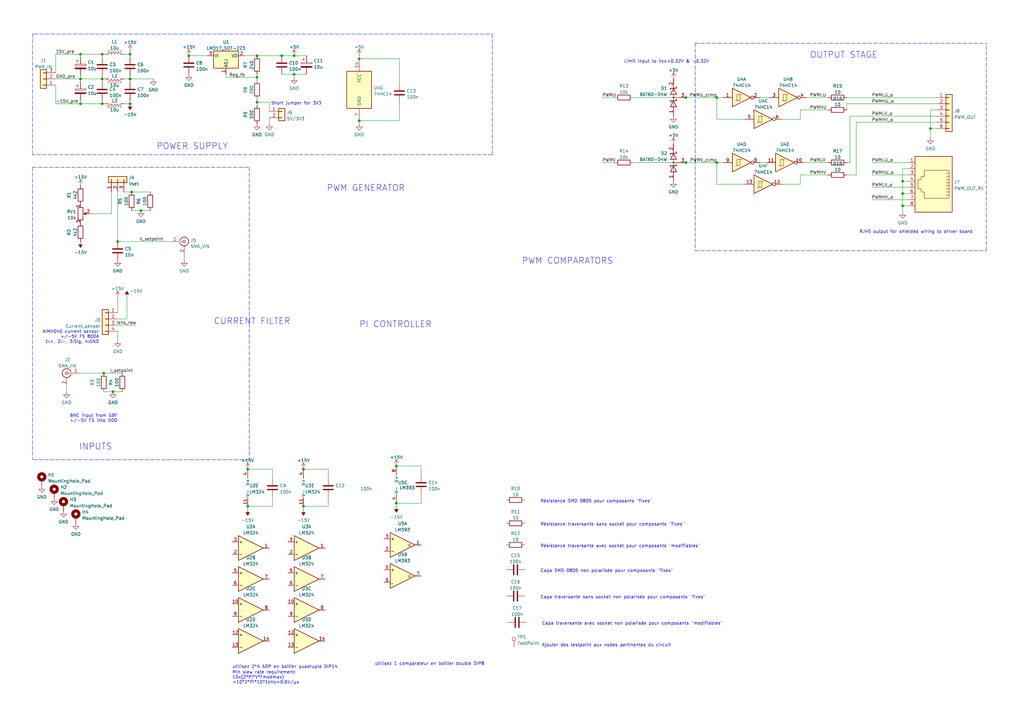
<source format=kicad_sch>
(kicad_sch (version 20211123) (generator eeschema)
  (paper "A3")
  (title_block (title "Opposition bench controller") (company "NXP TLS / INSAT DGE") (comment 1 "Camille Noailletas & Sarah Tremoulet") (comment 2 "Xavier Bourlot"))
  (lib_symbols
    (symbol "74xx:74HC14" (pin_names (offset 1.016))
      (property "Reference" "U" (at 0 1.27 0))
      (property "Value" "74HC14" (at 0 -1.27 0))
      (symbol "74HC14_1_0"
        (pin input line (at -7.62 0 0) (length 3.81) (name "~") (number "1"))
        (pin output inverted (at 7.62 0 180) (length 3.81) (name "~") (number "2"))
      )
      (symbol "74HC14_2_0"
        (pin input line (at -7.62 0 0) (length 3.81) (name "~") (number "3"))
        (pin output inverted (at 7.62 0 180) (length 3.81) (name "~") (number "4"))
      )
      (symbol "74HC14_3_0"
        (pin input line (at -7.62 0 0) (length 3.81) (name "~") (number "5"))
        (pin output inverted (at 7.62 0 180) (length 3.81) (name "~") (number "6"))
      )
      (symbol "74HC14_4_0"
        (pin output inverted (at 7.62 0 180) (length 3.81) (name "~") (number "8"))
        (pin input line (at -7.62 0 0) (length 3.81) (name "~") (number "9"))
      )
      (symbol "74HC14_5_0"
        (pin output inverted (at 7.62 0 180) (length 3.81) (name "~") (number "10"))
        (pin input line (at -7.62 0 0) (length 3.81) (name "~") (number "11"))
      )
      (symbol "74HC14_6_0"
        (pin output inverted (at 7.62 0 180) (length 3.81) (name "~") (number "12"))
        (pin input line (at -7.62 0 0) (length 3.81) (name "~") (number "13"))
      )
      (symbol "74HC14_7_0"
        (pin power_in line (at 0 12.7 270) (length 5.08) (name "VCC") (number "14"))
        (pin power_in line (at 0 -12.7 90) (length 5.08) (name "GND") (number "7"))
      )
    )
    (symbol "Amplifier_Operational:LM324" (pin_names (offset 0.127))
      (property "Reference" "U" (at 0 5.08 0))
      (property "Value" "LM324" (at 0 -5.08 0))
      (symbol "LM324_1_1"
        (pin output line (at 7.62 0 180) (length 2.54) (name "~") (number "1"))
        (pin input line (at -7.62 -2.54 0) (length 2.54) (name "-") (number "2"))
        (pin input line (at -7.62 2.54 0) (length 2.54) (name "+") (number "3"))
      )
      (symbol "LM324_2_1"
        (pin input line (at -7.62 2.54 0) (length 2.54) (name "+") (number "5"))
        (pin input line (at -7.62 -2.54 0) (length 2.54) (name "-") (number "6"))
        (pin output line (at 7.62 0 180) (length 2.54) (name "~") (number "7"))
      )
      (symbol "LM324_3_1"
        (pin input line (at -7.62 2.54 0) (length 2.54) (name "+") (number "10"))
        (pin output line (at 7.62 0 180) (length 2.54) (name "~") (number "8"))
        (pin input line (at -7.62 -2.54 0) (length 2.54) (name "-") (number "9"))
      )
      (symbol "LM324_4_1"
        (pin input line (at -7.62 2.54 0) (length 2.54) (name "+") (number "12"))
        (pin input line (at -7.62 -2.54 0) (length 2.54) (name "-") (number "13"))
        (pin output line (at 7.62 0 180) (length 2.54) (name "~") (number "14"))
      )
      (symbol "LM324_5_1"
        (pin power_in line (at -2.54 -7.62 90) (length 3.81) (name "V-") (number "11"))
        (pin power_in line (at -2.54 7.62 270) (length 3.81) (name "V+") (number "4"))
      )
    )
    (symbol "Comparator:LM393" (pin_names (offset 0.127))
      (property "Reference" "U" (at 3.81 3.81 0))
      (property "Value" "LM393" (at 6.35 -3.81 0))
      (symbol "LM393_1_1"
        (pin open_collector line (at 7.62 0 180) (length 2.54) (name "~") (number "1"))
        (pin input line (at -7.62 -2.54 0) (length 2.54) (name "-") (number "2"))
        (pin input line (at -7.62 2.54 0) (length 2.54) (name "+") (number "3"))
      )
      (symbol "LM393_2_1"
        (pin input line (at -7.62 2.54 0) (length 2.54) (name "+") (number "5"))
        (pin input line (at -7.62 -2.54 0) (length 2.54) (name "_") (number "6"))
        (pin open_collector line (at 7.62 0 180) (length 2.54) (name "~") (number "7"))
      )
      (symbol "LM393_3_1"
        (pin power_in line (at -2.54 -7.62 90) (length 3.81) (name "V-") (number "4"))
        (pin power_in line (at -2.54 7.62 270) (length 3.81) (name "V+") (number "8"))
      )
    )
    (symbol "Connector:8P8C" (pin_names (offset 1.016))
      (property "Reference" "J" (at -5.08 13.97 0))
      (property "Value" "8P8C" (at 2.54 13.97 0))
      (symbol "8P8C_1_1"
        (pin passive line (at 10.16 -7.62 180) (length 2.54) (name "~") (number "1"))
        (pin passive line (at 10.16 -5.08 180) (length 2.54) (name "~") (number "2"))
        (pin passive line (at 10.16 -2.54 180) (length 2.54) (name "~") (number "3"))
        (pin passive line (at 10.16 0 180) (length 2.54) (name "~") (number "4"))
        (pin passive line (at 10.16 2.54 180) (length 2.54) (name "~") (number "5"))
        (pin passive line (at 10.16 5.08 180) (length 2.54) (name "~") (number "6"))
        (pin passive line (at 10.16 7.62 180) (length 2.54) (name "~") (number "7"))
        (pin passive line (at 10.16 10.16 180) (length 2.54) (name "~") (number "8"))
      )
    )
    (symbol "Connector:Conn_Coaxial" (pin_names (offset 1.016) hide)
      (property "Reference" "J" (at 0.254 3.048 0))
      (property "Value" "Conn_Coaxial" (at 2.921 0 90))
      (symbol "Conn_Coaxial_1_1"
        (pin passive line (at -5.08 0 0) (length 2.54) (name "In") (number "1"))
        (pin passive line (at 0 -5.08 90) (length 2.54) (name "Ext") (number "2"))
      )
    )
    (symbol "Connector:TestPoint" (pin_numbers hide) (pin_names (offset 0.762) hide)
      (property "Reference" "TP" (at 0 6.858 0))
      (property "Value" "TestPoint" (at 0 5.08 0))
      (symbol "TestPoint_1_1"
        (pin passive line (at 0 0 90) (length 2.54) (name "1") (number "1"))
      )
    )
    (symbol "Connector_Generic:Conn_01x02" (pin_names (offset 1.016) hide)
      (property "Reference" "J" (at 0 2.54 0))
      (property "Value" "Conn_01x02" (at 0 -5.08 0))
      (symbol "Conn_01x02_1_1"
        (pin passive line (at -5.08 0 0) (length 3.81) (name "Pin_1") (number "1"))
        (pin passive line (at -5.08 -2.54 0) (length 3.81) (name "Pin_2") (number "2"))
      )
    )
    (symbol "Connector_Generic:Conn_01x03" (pin_names (offset 1.016) hide)
      (property "Reference" "J" (at 0 5.08 0))
      (property "Value" "Conn_01x03" (at 0 -5.08 0))
      (symbol "Conn_01x03_1_1"
        (pin passive line (at -5.08 2.54 0) (length 3.81) (name "Pin_1") (number "1"))
        (pin passive line (at -5.08 0 0) (length 3.81) (name "Pin_2") (number "2"))
        (pin passive line (at -5.08 -2.54 0) (length 3.81) (name "Pin_3") (number "3"))
      )
    )
    (symbol "Connector_Generic:Conn_01x04" (pin_names (offset 1.016) hide)
      (property "Reference" "J" (at 0 5.08 0))
      (property "Value" "Conn_01x04" (at 0 -7.62 0))
      (symbol "Conn_01x04_1_1"
        (pin passive line (at -5.08 2.54 0) (length 3.81) (name "Pin_1") (number "1"))
        (pin passive line (at -5.08 0 0) (length 3.81) (name "Pin_2") (number "2"))
        (pin passive line (at -5.08 -2.54 0) (length 3.81) (name "Pin_3") (number "3"))
        (pin passive line (at -5.08 -5.08 0) (length 3.81) (name "Pin_4") (number "4"))
      )
    )
    (symbol "Connector_Generic:Conn_01x06" (pin_names (offset 1.016) hide)
      (property "Reference" "J" (at 0 7.62 0))
      (property "Value" "Conn_01x06" (at 0 -10.16 0))
      (symbol "Conn_01x06_1_1"
        (pin passive line (at -5.08 5.08 0) (length 3.81) (name "Pin_1") (number "1"))
        (pin passive line (at -5.08 2.54 0) (length 3.81) (name "Pin_2") (number "2"))
        (pin passive line (at -5.08 0 0) (length 3.81) (name "Pin_3") (number "3"))
        (pin passive line (at -5.08 -2.54 0) (length 3.81) (name "Pin_4") (number "4"))
        (pin passive line (at -5.08 -5.08 0) (length 3.81) (name "Pin_5") (number "5"))
        (pin passive line (at -5.08 -7.62 0) (length 3.81) (name "Pin_6") (number "6"))
      )
    )
    (symbol "Device:C" (pin_numbers hide) (pin_names (offset 0.254))
      (property "Reference" "C" (at 0.635 2.54 0))
      (property "Value" "C" (at 0.635 -2.54 0))
      (symbol "C_1_1"
        (pin passive line (at 0 3.81 270) (length 2.794) (name "~") (number "1"))
        (pin passive line (at 0 -3.81 90) (length 2.794) (name "~") (number "2"))
      )
    )
    (symbol "Device:C_Polarized" (pin_numbers hide) (pin_names (offset 0.254))
      (property "Reference" "C" (at 0.635 2.54 0))
      (property "Value" "C_Polarized" (at 0.635 -2.54 0))
      (symbol "C_Polarized_1_1"
        (pin passive line (at 0 3.81 270) (length 2.794) (name "~") (number "1"))
        (pin passive line (at 0 -3.81 90) (length 2.794) (name "~") (number "2"))
      )
    )
    (symbol "Device:D_Schottky_Dual_Series_AKC" (pin_names (offset 0.762) hide)
      (property "Reference" "D" (at 1.27 -2.54 0))
      (property "Value" "D_Schottky_Dual_Series_AKC" (at 0 2.54 0))
      (symbol "D_Schottky_Dual_Series_AKC_0_1"
        (pin passive line (at -7.62 0 0) (length 3.81) (name "A") (number "1"))
        (pin passive line (at 7.62 0 180) (length 3.81) (name "K") (number "2"))
        (pin passive line (at 0 -5.08 90) (length 2.54) (name "common") (number "3"))
      )
    )
    (symbol "Device:L_Ferrite" (pin_numbers hide) (pin_names (offset 1.016) hide)
      (property "Reference" "L" (at -1.27 0 90))
      (property "Value" "L_Ferrite" (at 2.794 0 90))
      (symbol "L_Ferrite_1_1"
        (pin passive line (at 0 3.81 270) (length 1.27) (name "1") (number "1"))
        (pin passive line (at 0 -3.81 90) (length 1.27) (name "2") (number "2"))
      )
    )
    (symbol "Device:R" (pin_numbers hide) (pin_names (offset 0))
      (property "Reference" "R" (at 2.032 0 90))
      (property "Value" "R" (at 0 0 90))
      (symbol "R_1_1"
        (pin passive line (at 0 3.81 270) (length 1.27) (name "~") (number "1"))
        (pin passive line (at 0 -3.81 90) (length 1.27) (name "~") (number "2"))
      )
    )
    (symbol "Device:R_Potentiometer" (pin_names (offset 1.016) hide)
      (property "Reference" "RV" (at -4.445 0 90))
      (property "Value" "R_Potentiometer" (at -2.54 0 90))
      (symbol "R_Potentiometer_1_1"
        (pin passive line (at 0 3.81 270) (length 1.27) (name "1") (number "1"))
        (pin passive line (at 3.81 0 180) (length 1.27) (name "2") (number "2"))
        (pin passive line (at 0 -3.81 90) (length 1.27) (name "3") (number "3"))
      )
    )
    (symbol "Mechanical:MountingHole_Pad" (pin_numbers hide) (pin_names (offset 1.016) hide)
      (property "Reference" "H" (at 0 6.35 0))
      (property "Value" "MountingHole_Pad" (at 0 4.445 0))
      (symbol "MountingHole_Pad_1_1"
        (pin input line (at 0 -2.54 90) (length 2.54) (name "1") (number "1"))
      )
    )
    (symbol "Regulator_Linear:LM317_SOT-223" (pin_names (offset 0.254))
      (property "Reference" "U" (at -3.81 3.175 0))
      (property "Value" "LM317_SOT-223" (at 0 3.175 0))
      (symbol "LM317_SOT-223_1_1"
        (pin input line (at 0 -7.62 90) (length 2.54) (name "ADJ") (number "1"))
        (pin power_out line (at 7.62 0 180) (length 2.54) (name "VO") (number "2"))
        (pin power_in line (at -7.62 0 0) (length 2.54) (name "VI") (number "3"))
      )
    )
    (symbol "power:+15V" (power) (pin_names (offset 0))
      (property "Value" "+15V" (at 0 3.556 0))
      (symbol "+15V_1_1"
        (pin power_in line (at 0 0 90) (length 0) hide (name "+15V") (number "1"))
      )
    )
    (symbol "power:+5V" (power) (pin_names (offset 0))
      (property "Value" "+5V" (at 0 3.556 0))
      (symbol "+5V_1_1"
        (pin power_in line (at 0 0 90) (length 0) hide (name "+5V") (number "1"))
      )
    )
    (symbol "power:-15V" (power) (pin_names (offset 0))
      (property "Value" "-15V" (at 0 3.81 0))
      (symbol "-15V_0_0"
        (pin power_in line (at 0 0 90) (length 0) hide (name "-15V") (number "1"))
      )
    )
    (symbol "power:GND" (power) (pin_names (offset 0))
      (property "Value" "GND" (at 0 -3.81 0))
      (symbol "GND_1_1"
        (pin power_in line (at 0 0 270) (length 0) hide (name "GND") (number "1"))
      )
    )
  )
  (junction (at 381.635 52.705))
  (junction (at 147.32 24.13))
  (junction (at 294.005 40.005))
  (junction (at 370.205 74.295))
  (junction (at 120.65 22.86))
  (junction (at 120.65 30.48))
  (junction (at 370.205 79.375))
  (junction (at 162.56 206.375))
  (junction (at 124.46 207.645))
  (junction (at 42.545 153.035))
  (junction (at 77.47 22.86))
  (junction (at 105.41 22.86))
  (junction (at 41.91 42.545))
  (junction (at 53.975 78.74))
  (junction (at 147.32 49.53))
  (junction (at 57.785 86.36))
  (junction (at 162.56 191.135))
  (junction (at 281.305 40.005))
  (junction (at 124.46 192.405))
  (junction (at 281.305 66.675))
  (junction (at 41.91 22.225))
  (junction (at 101.6 207.645))
  (junction (at 105.41 31.75))
  (junction (at 105.41 41.91))
  (junction (at 53.34 32.385))
  (junction (at 46.355 160.655))
  (junction (at 48.26 99.06))
  (junction (at 53.34 22.225))
  (junction (at 33.02 22.225))
  (junction (at 33.02 32.385))
  (junction (at 53.34 42.545))
  (junction (at 294.005 66.675))
  (junction (at 101.6 192.405))
  (junction (at 370.205 84.455))
  (junction (at 115.57 22.86))
  (junction (at 33.02 42.545))
  (junction (at 41.91 32.385))
  (wire (pts (xy 384.175 42.545) (xy 347.345 42.545)))
  (wire (pts (xy 101.6 208.915) (xy 101.6 207.645)))
  (wire (pts (xy 384.175 47.625) (xy 348.615 47.625)))
  (wire (pts (xy 294.005 66.675) (xy 294.005 75.565)))
  (wire (pts (xy 370.205 84.455) (xy 370.205 79.375)))
  (polyline (pts (xy 404.495 102.87) (xy 404.495 17.78)))
  (wire (pts (xy 92.71 31.75) (xy 105.41 31.75)))
  (wire (pts (xy 329.565 66.675) (xy 339.725 66.675)))
  (wire (pts (xy 134.62 203.835) (xy 134.62 207.645)))
  (wire (pts (xy 259.715 66.675) (xy 281.305 66.675)))
  (wire (pts (xy 41.91 31.115) (xy 41.91 32.385)))
  (wire (pts (xy 48.26 78.74) (xy 48.26 99.06)))
  (wire (pts (xy 134.62 192.405) (xy 134.62 196.215)))
  (wire (pts (xy 33.02 31.115) (xy 33.02 32.385)))
  (wire (pts (xy 33.02 22.225) (xy 33.02 23.495)))
  (wire (pts (xy 372.745 79.375) (xy 370.205 79.375)))
  (wire (pts (xy 41.91 41.275) (xy 41.91 42.545)))
  (wire (pts (xy 53.34 31.115) (xy 53.34 32.385)))
  (wire (pts (xy 110.49 45.72) (xy 110.49 41.91)))
  (wire (pts (xy 172.72 206.375) (xy 162.56 206.375)))
  (wire (pts (xy 124.46 208.915) (xy 124.46 207.645)))
  (wire (pts (xy 147.32 22.86) (xy 147.32 24.13)))
  (wire (pts (xy 351.155 50.165) (xy 351.155 71.755)))
  (wire (pts (xy 372.745 84.455) (xy 370.205 84.455)))
  (polyline (pts (xy 13.97 13.97) (xy 201.93 13.97)))
  (wire (pts (xy 124.46 192.405) (xy 134.62 192.405)))
  (wire (pts (xy 115.57 30.48) (xy 120.65 30.48)))
  (wire (pts (xy 147.32 24.13) (xy 163.83 24.13)))
  (wire (pts (xy 41.91 32.385) (xy 33.02 32.385)))
  (wire (pts (xy 53.34 41.275) (xy 53.34 42.545)))
  (wire (pts (xy 162.56 191.135) (xy 172.72 191.135)))
  (wire (pts (xy 294.005 48.895) (xy 294.005 40.005)))
  (wire (pts (xy 105.41 40.64) (xy 105.41 41.91)))
  (wire (pts (xy 105.41 30.48) (xy 105.41 31.75)))
  (wire (pts (xy 53.34 42.545) (xy 50.8 42.545)))
  (wire (pts (xy 147.32 49.53) (xy 163.83 49.53)))
  (wire (pts (xy 384.175 45.085) (xy 381.635 45.085)))
  (wire (pts (xy 42.545 153.035) (xy 50.165 153.035)))
  (wire (pts (xy 77.47 22.86) (xy 85.09 22.86)))
  (wire (pts (xy 370.205 74.295) (xy 372.745 74.295)))
  (polyline (pts (xy 201.93 13.97) (xy 201.93 63.5)))
  (wire (pts (xy 53.975 86.36) (xy 57.785 86.36)))
  (wire (pts (xy 110.49 48.26) (xy 110.49 50.8)))
  (wire (pts (xy 105.41 22.86) (xy 115.57 22.86)))
  (wire (pts (xy 370.205 79.375) (xy 370.205 74.295)))
  (wire (pts (xy 105.41 31.75) (xy 105.41 33.02)))
  (wire (pts (xy 22.86 22.225) (xy 33.02 22.225)))
  (wire (pts (xy 105.41 41.91) (xy 110.49 41.91)))
  (polyline (pts (xy 13.335 68.58) (xy 102.235 68.58)))
  (wire (pts (xy 381.635 52.705) (xy 381.635 56.515)))
  (polyline (pts (xy 201.93 63.5) (xy 13.335 63.5)))
  (wire (pts (xy 52.07 121.92) (xy 52.07 130.81)))
  (wire (pts (xy 120.65 30.48) (xy 120.65 31.75)))
  (wire (pts (xy 328.295 71.755) (xy 339.725 71.755)))
  (wire (pts (xy 347.345 42.545) (xy 347.345 45.085)))
  (wire (pts (xy 372.745 69.215) (xy 370.205 69.215)))
  (wire (pts (xy 247.015 66.675) (xy 252.095 66.675)))
  (wire (pts (xy 134.62 207.645) (xy 124.46 207.645)))
  (wire (pts (xy 330.835 40.005) (xy 339.725 40.005)))
  (wire (pts (xy 328.295 45.085) (xy 339.725 45.085)))
  (wire (pts (xy 247.015 40.005) (xy 252.095 40.005)))
  (polyline (pts (xy 13.335 68.58) (xy 13.335 188.595)))
  (wire (pts (xy 381.635 45.085) (xy 381.635 52.705)))
  (polyline (pts (xy 13.335 63.5) (xy 13.335 13.97)))
  (wire (pts (xy 172.72 202.565) (xy 172.72 206.375)))
  (wire (pts (xy 111.76 203.835) (xy 111.76 207.645)))
  (wire (pts (xy 101.6 192.405) (xy 111.76 192.405)))
  (wire (pts (xy 311.785 66.675) (xy 314.325 66.675)))
  (wire (pts (xy 53.34 32.385) (xy 53.34 33.655)))
  (wire (pts (xy 294.005 75.565) (xy 305.435 75.565)))
  (wire (pts (xy 147.32 50.8) (xy 147.32 49.53)))
  (wire (pts (xy 296.545 66.675) (xy 294.005 66.675)))
  (wire (pts (xy 53.975 78.74) (xy 61.595 78.74)))
  (wire (pts (xy 370.205 69.215) (xy 370.205 74.295)))
  (wire (pts (xy 22.86 42.545) (xy 33.02 42.545)))
  (wire (pts (xy 111.76 192.405) (xy 111.76 196.215)))
  (wire (pts (xy 50.8 78.74) (xy 53.975 78.74)))
  (wire (pts (xy 320.675 48.895) (xy 328.295 48.895)))
  (wire (pts (xy 100.33 22.86) (xy 105.41 22.86)))
  (wire (pts (xy 41.91 22.225) (xy 41.91 23.495)))
  (wire (pts (xy 33.02 41.275) (xy 33.02 42.545)))
  (wire (pts (xy 27.305 160.655) (xy 27.305 158.115)))
  (wire (pts (xy 41.91 42.545) (xy 33.02 42.545)))
  (wire (pts (xy 22.86 34.925) (xy 22.86 42.545)))
  (wire (pts (xy 33.02 22.225) (xy 41.91 22.225)))
  (polyline (pts (xy 13.335 13.97) (xy 13.97 13.97)))
  (wire (pts (xy 22.86 29.845) (xy 22.86 22.225)))
  (wire (pts (xy 357.505 66.675) (xy 372.745 66.675)))
  (wire (pts (xy 328.295 48.895) (xy 328.295 45.085)))
  (wire (pts (xy 163.83 41.91) (xy 163.83 49.53)))
  (wire (pts (xy 320.675 75.565) (xy 328.295 75.565)))
  (wire (pts (xy 120.65 30.48) (xy 125.73 30.48)))
  (wire (pts (xy 281.305 40.005) (xy 294.005 40.005)))
  (wire (pts (xy 347.345 40.005) (xy 384.175 40.005)))
  (wire (pts (xy 111.76 207.645) (xy 101.6 207.645)))
  (wire (pts (xy 348.615 66.675) (xy 347.345 66.675)))
  (wire (pts (xy 357.505 81.915) (xy 372.745 81.915)))
  (wire (pts (xy 32.385 153.035) (xy 42.545 153.035)))
  (wire (pts (xy 33.02 32.385) (xy 33.02 33.655)))
  (polyline (pts (xy 102.235 68.58) (xy 102.235 188.595)))
  (polyline (pts (xy 285.115 17.78) (xy 285.115 102.87)))
  (wire (pts (xy 45.72 87.63) (xy 45.72 78.74)))
  (wire (pts (xy 162.56 207.645) (xy 162.56 206.375)))
  (wire (pts (xy 370.205 84.455) (xy 370.205 86.995)))
  (wire (pts (xy 259.715 40.005) (xy 281.305 40.005)))
  (wire (pts (xy 381.635 52.705) (xy 384.175 52.705)))
  (wire (pts (xy 43.18 32.385) (xy 41.91 32.385)))
  (wire (pts (xy 120.65 22.86) (xy 125.73 22.86)))
  (wire (pts (xy 357.505 71.755) (xy 372.745 71.755)))
  (wire (pts (xy 41.91 22.225) (xy 43.18 22.225)))
  (wire (pts (xy 311.785 40.005) (xy 315.595 40.005)))
  (wire (pts (xy 48.26 99.06) (xy 70.485 99.06)))
  (wire (pts (xy 384.175 50.165) (xy 351.155 50.165)))
  (wire (pts (xy 48.26 135.89) (xy 48.26 139.7)))
  (wire (pts (xy 48.26 130.81) (xy 52.07 130.81)))
  (wire (pts (xy 92.71 30.48) (xy 92.71 31.75)))
  (wire (pts (xy 115.57 22.86) (xy 120.65 22.86)))
  (wire (pts (xy 57.785 86.36) (xy 61.595 86.36)))
  (wire (pts (xy 43.18 42.545) (xy 41.91 42.545)))
  (wire (pts (xy 53.34 32.385) (xy 62.865 32.385)))
  (wire (pts (xy 22.86 32.385) (xy 33.02 32.385)))
  (wire (pts (xy 348.615 47.625) (xy 348.615 66.675)))
  (wire (pts (xy 42.545 160.655) (xy 46.355 160.655)))
  (wire (pts (xy 328.295 75.565) (xy 328.295 71.755)))
  (wire (pts (xy 281.305 66.675) (xy 294.005 66.675)))
  (wire (pts (xy 48.26 121.92) (xy 48.26 128.27)))
  (polyline (pts (xy 102.235 188.595) (xy 13.335 188.595)))
  (polyline (pts (xy 285.115 17.78) (xy 404.495 17.78)))
  (wire (pts (xy 294.005 40.005) (xy 296.545 40.005)))
  (wire (pts (xy 351.155 71.755) (xy 347.345 71.755)))
  (wire (pts (xy 53.34 20.955) (xy 53.34 22.225)))
  (wire (pts (xy 172.72 191.135) (xy 172.72 194.945)))
  (wire (pts (xy 36.83 87.63) (xy 45.72 87.63)))
  (wire (pts (xy 53.34 22.225) (xy 53.34 23.495)))
  (wire (pts (xy 357.505 76.835) (xy 372.745 76.835)))
  (wire (pts (xy 55.88 133.35) (xy 48.26 133.35)))
  (wire (pts (xy 75.565 106.68) (xy 75.565 104.14)))
  (wire (pts (xy 105.41 41.91) (xy 105.41 43.18)))
  (wire (pts (xy 50.8 22.225) (xy 53.34 22.225)))
  (wire (pts (xy 163.83 24.13) (xy 163.83 34.29)))
  (wire (pts (xy 53.34 32.385) (xy 50.8 32.385)))
  (wire (pts (xy 305.435 48.895) (xy 294.005 48.895)))
  (wire (pts (xy 46.355 160.655) (xy 50.165 160.655)))
  (wire (pts (xy 41.91 32.385) (xy 41.91 33.655)))
  (polyline (pts (xy 285.115 102.87) (xy 404.495 102.87)))
  (text "OUTPUT STAGE" (at 332.105 24.13 0) (effects (font (size 2.54 2.54)) (justify left bottom)))
  (text "BNC input from GBF\n+/-5V FS into 50Ω" (at 28.575 173.355 0) (effects (font (size 1.27 1.27)) (justify left bottom)))
  (text "POWER SUPPLY" (at 64.135 61.595 0) (effects (font (size 2.54 2.54)) (justify left bottom)))
  (text "utilisez 1 comparateur en boitier double DIP8\n" (at 153.67 273.05 0) (effects (font (size 1.27 1.27)) (justify left bottom)))
  (text "PWM GENERATOR" (at 133.985 78.74 0) (effects (font (size 2.54 2.54)) (justify left bottom)))
  (text "Résistance traversante avec socket pour composants \"modifiables\"" (at 221.615 224.79 0) (effects (font (size 1.27 1.27)) (justify left bottom)))
  (text "AIMH040 current sensor\n+/-5V FS 800A\n1:+, 2:-, 3:Sig, 4:GND" (at 40.64 140.97 0) (effects (font (size 1.27 1.27)) (justify right bottom)))
  (text "RJ45 output for shielded wiring to driver board" (at 352.425 95.885 0) (effects (font (size 1.27 1.27)) (justify left bottom)))
  (text "Capa traversante sans socket non polarisée pour composants \"fixes\"" (at 221.615 245.745 0) (effects (font (size 1.27 1.27)) (justify left bottom)))
  (text "Short jumper for 3V3" (at 111.125 43.18 0) (effects (font (size 1.27 1.27)) (justify left bottom)))
  (text "utilisez 2*4 AOP en boitier quadruple DIP14" (at 95.25 274.32 0) (effects (font (size 1.27 1.27)) (justify left bottom)))
  (text "CURRENT FILTER" (at 87.63 133.35 0) (effects (font (size 2.54 2.54)) (justify left bottom)))
  (text "Résistance traversante sans socket pour composants \"fixes\"" (at 221.615 215.9 0) (effects (font (size 1.27 1.27)) (justify left bottom)))
  (text "INPUTS" (at 32.385 184.785 0) (effects (font (size 2.54 2.54)) (justify left bottom)))
  (text "Capa SMD 0805 non polarisée pour composants \"fixes\"" (at 221.615 234.95 0) (effects (font (size 1.27 1.27)) (justify left bottom)))
  (text "Min slew rate requirement:\n10x(2*Pi*V*Fmodmax)\n=10*2*Pi*10*1kHz=0.6V/µs" (at 95.25 280.67 0) (effects (font (size 1.27 1.27)) (justify left bottom)))
  (text "Ajouter des testpoint aux nodes pertinentes du circuit" (at 222.25 265.43 0) (effects (font (size 1.27 1.27)) (justify left bottom)))
  (text "PI CONTROLLER" (at 147.32 134.62 0) (effects (font (size 2.54 2.54)) (justify left bottom)))
  (text "Limit input to Vcc+0.32V & -0.32V" (at 255.905 26.035 0) (effects (font (size 1.27 1.27)) (justify left bottom)))
  (text "PWM COMPARATORS" (at 213.995 108.585 0) (effects (font (size 2.54 2.54)) (justify left bottom)))
  (text "Capa traversante avec socket non polarisée pour composants \"modifiables\"" (at 222.25 256.54 0) (effects (font (size 1.27 1.27)) (justify left bottom)))
  (text "Résistance SMD 0805 pour composants \"fixes\"" (at 221.615 206.375 0) (effects (font (size 1.27 1.27)) (justify left bottom)))
  (label "V_setpoint" (at 57.15 99.06 0))
  (label "PWMHU_o" (at 357.505 42.545 0))
  (label "PWMLV_o" (at 357.505 47.625 0))
  (label "PWMLV" (at 332.105 66.675 0))
  (label "PWMLU" (at 332.105 40.005 0))
  (label "PWMV_clmp" (at 294.005 66.675 180))
  (label "PWMHU_o" (at 357.505 71.755 0))
  (label "PWMU_clmp" (at 294.005 40.005 180))
  (label "PWMHU" (at 332.105 45.085 0))
  (label "Reg_fb" (at 93.98 31.75 0))
  (label "PWMHV_o" (at 357.505 50.165 0))
  (label "15V_pre" (at 22.86 22.225 0))
  (label "-15V_pre" (at 22.86 42.545 0))
  (label "PWMLU_o" (at 357.505 40.005 0))
  (label "PWMHV" (at 332.105 71.755 0))
  (label "PWMHV_o" (at 357.505 81.915 0))
  (label "PWMLU_o" (at 357.505 66.675 0))
  (label "PWMU" (at 247.015 40.005 0))
  (label "PWMLV_o" (at 357.505 76.835 0))
  (label "Isns_raw" (at 55.88 133.35 180))
  (label "I_setpoint" (at 45.085 153.035 0))
  (label "GND_pre" (at 22.86 32.385 0))
  (label "PWMV" (at 247.015 66.675 0))
  (symbol (lib_id "Connector_Generic:Conn_01x06") (at 389.255 45.085 0) (unit 1)
    (property "Reference" "J8" (at 391.287 45.5203 0) (effects (justify left)))
    (property "Value" "PWM_OUT" (at 391.287 48.0572 0) (effects (justify left)))
    (property "Footprint" "Connector_PinHeader_2.54mm:PinHeader_1x06_P2.54mm_Vertical" (effects hide))
  )
  (symbol (lib_id "Amplifier_Operational:LM324") (at 102.87 224.79 0) (unit 1)
    (property "Reference" "U2" (at 102.87 216.0102 0))
    (property "Value" "LM324" (at 102.87 218.5471 0))
    (property "Footprint" "Package_DIP:DIP-14_W7.62mm_Socket_LongPads" (effects hide))
    (property "Datasheet" "http://www.ti.com/lit/ds/symlink/lm2902-n.pdf" (effects hide))
  )
  (symbol (lib_id "Device:R") (at 105.41 46.99 180) (unit 1)
    (property "Reference" "R9" (at 100.6942 46.99 90))
    (property "Value" "330" (at 103.2311 46.99 90))
    (property "Footprint" "Resistor_SMD:R_0805_2012Metric_Pad1.20x1.40mm_HandSolder" (effects hide))
  )
  (symbol (lib_id "Device:C") (at 41.91 27.305 0) (unit 1)
    (property "Reference" "C3" (at 44.831 26.4703 0) (effects (justify left)))
    (property "Value" "100n" (at 44.831 29.0072 0) (effects (justify left)))
    (property "Footprint" "Capacitor_SMD:C_0805_2012Metric_Pad1.18x1.45mm_HandSolder" (effects hide))
  )
  (symbol (lib_id "power:GND") (at 27.305 160.655 0) (mirror y) (unit 1)
    (property "Reference" "#PWR04" (effects hide))
    (property "Value" "GND" (at 27.305 165.0984 0))
  )
  (symbol (lib_id "Regulator_Linear:LM317_SOT-223") (at 92.71 22.86 0) (unit 1)
    (property "Reference" "U1" (at 92.71 17.2552 0))
    (property "Value" "LM317_SOT-223" (at 92.71 19.7921 0))
    (property "Footprint" "Package_TO_SOT_SMD:SOT-223-3_TabPin2" (effects hide))
    (property "Datasheet" "http://www.ti.com/lit/ds/symlink/lm317.pdf" (effects hide))
  )
  (symbol (lib_id "power:-15V") (at 53.34 42.545 180) (unit 1)
    (property "Reference" "#PWR014" (effects hide))
    (property "Value" "-15V" (at 53.34 46.9884 0))
  )
  (symbol (lib_id "power:+5V") (at 276.225 32.385 0) (unit 1)
    (property "Reference" "#PWR032" (effects hide))
    (property "Value" "+5V" (at 276.225 28.8092 0))
  )
  (symbol (lib_id "Device:C") (at 212.09 255.27 90) (unit 1)
    (property "Reference" "C17" (at 212.09 249.4112 90))
    (property "Value" "100n" (at 212.09 251.9481 90))
    (property "Footprint" "footprints:C_Socket_D5.0mm_W2.5mm_P5.00mm" (effects hide))
  )
  (symbol (lib_id "power:GND") (at 381.635 56.515 0) (unit 1)
    (property "Reference" "#PWR037" (effects hide))
    (property "Value" "GND" (at 381.635 60.9584 0))
  )
  (symbol (lib_id "Device:C") (at 115.57 26.67 0) (unit 1)
    (property "Reference" "C10" (at 118.491 25.8353 0) (effects (justify left)))
    (property "Value" "100n" (at 118.491 28.3722 0) (effects (justify left)))
    (property "Footprint" "Capacitor_SMD:C_0805_2012Metric_Pad1.18x1.45mm_HandSolder" (effects hide))
  )
  (symbol (lib_id "Device:C") (at 163.83 38.1 0) (unit 1)
    (property "Reference" "C13" (at 166.751 37.2653 0) (effects (justify left)))
    (property "Value" "100n" (at 166.751 39.8022 0) (effects (justify left)))
    (property "Footprint" "Capacitor_SMD:C_0805_2012Metric_Pad1.18x1.45mm_HandSolder" (effects hide))
  )
  (symbol (lib_id "Device:C") (at 172.72 198.755 0) (unit 1)
    (property "Reference" "C14" (at 175.641 197.9203 0) (effects (justify left)))
    (property "Value" "100n" (at 175.641 200.4572 0) (effects (justify left)))
    (property "Footprint" "Capacitor_SMD:C_0805_2012Metric_Pad1.18x1.45mm_HandSolder" (effects hide))
  )
  (symbol (lib_id "power:GND") (at 26.035 209.55 0) (unit 1)
    (property "Reference" "#PWR03" (effects hide))
    (property "Value" "GND" (at 26.035 213.9934 0))
  )
  (symbol (lib_id "power:-15V") (at 52.07 121.92 0) (mirror y) (unit 1)
    (property "Reference" "#PWR012" (effects hide))
    (property "Value" "-15V" (at 58.42 119.38 0) (effects (justify left)))
  )
  (symbol (lib_id "74xx:74HC14") (at 321.945 66.675 0) (unit 5)
    (property "Reference" "U4" (at 321.945 59.1652 0))
    (property "Value" "74HC14" (at 321.945 61.7021 0))
    (property "Footprint" "Package_DIP:DIP-14_W7.62mm_Socket_LongPads" (effects hide))
    (property "Datasheet" "http://www.ti.com/lit/gpn/sn74HC14" (effects hide))
  )
  (symbol (lib_id "Device:R") (at 42.545 156.845 180) (unit 1)
    (property "Reference" "R3" (at 37.8292 156.845 90))
    (property "Value" "100" (at 40.3661 156.845 90))
    (property "Footprint" "Resistor_SMD:R_0805_2012Metric_Pad1.20x1.40mm_HandSolder" (effects hide))
  )
  (symbol (lib_id "Device:D_Schottky_Dual_Series_AKC") (at 276.225 40.005 90) (unit 1)
    (property "Reference" "D1" (at 273.685 36.195 90) (effects (justify left)))
    (property "Value" "BAT60-04W" (at 273.685 38.7319 90) (effects (justify left)))
    (property "Footprint" "Package_TO_SOT_SMD:SOT-23W" (effects hide))
  )
  (symbol (lib_id "Device:R") (at 53.975 82.55 180) (unit 1)
    (property "Reference" "R5" (at 49.2592 82.55 90))
    (property "Value" "100" (at 51.7961 82.55 90))
    (property "Footprint" "Resistor_SMD:R_0805_2012Metric_Pad1.20x1.40mm_HandSolder" (effects hide))
  )
  (symbol (lib_id "Amplifier_Operational:LM324") (at 125.73 237.49 0) (unit 2)
    (property "Reference" "U3" (at 125.73 228.7102 0))
    (property "Value" "LM324" (at 125.73 231.2471 0))
    (property "Footprint" "Package_DIP:DIP-14_W7.62mm_Socket_LongPads" (effects hide))
    (property "Datasheet" "http://www.ti.com/lit/ds/symlink/lm2902-n.pdf" (effects hide))
  )
  (symbol (lib_id "Connector:TestPoint") (at 210.82 265.43 0) (unit 1)
    (property "Reference" "TP1" (at 212.217 261.2933 0) (effects (justify left)))
    (property "Value" "TestPoint" (at 212.217 263.8302 0) (effects (justify left)))
    (property "Footprint" "TestPoint:TestPoint_Keystone_5010-5014_Multipurpose" (effects hide))
  )
  (symbol (lib_id "Device:R") (at 50.165 156.845 180) (unit 1)
    (property "Reference" "R4" (at 45.4492 156.845 90))
    (property "Value" "100" (at 47.9861 156.845 90))
    (property "Footprint" "Resistor_SMD:R_0805_2012Metric_Pad1.20x1.40mm_HandSolder" (effects hide))
  )
  (symbol (lib_id "power:GND") (at 46.355 160.655 0) (mirror y) (unit 1)
    (property "Reference" "#PWR08" (effects hide))
    (property "Value" "GND" (at 46.355 165.0984 0))
  )
  (symbol (lib_id "Connector_Generic:Conn_01x03") (at 17.78 32.385 180) (unit 1)
    (property "Reference" "J1" (at 17.78 24.8752 0))
    (property "Value" "PWR_IN" (at 17.78 27.4121 0))
    (property "Footprint" "Connector_PinHeader_2.54mm:PinHeader_1x03_P2.54mm_Horizontal" (effects hide))
  )
  (symbol (lib_id "Device:R") (at 61.595 82.55 180) (unit 1)
    (property "Reference" "R6" (at 56.8792 82.55 90))
    (property "Value" "100" (at 59.4161 82.55 90))
    (property "Footprint" "Resistor_SMD:R_0805_2012Metric_Pad1.20x1.40mm_HandSolder" (effects hide))
  )
  (symbol (lib_id "power:-15V") (at 101.6 208.915 180) (unit 1)
    (property "Reference" "#PWR021" (effects hide))
    (property "Value" "-15V" (at 101.6 213.3584 0))
  )
  (symbol (lib_id "Device:R") (at 211.455 223.52 90) (unit 1)
    (property "Reference" "R12" (at 211.455 218.8042 90))
    (property "Value" "10" (at 211.455 221.3411 90))
    (property "Footprint" "footprints:R_Socket_L6.3mm_D2.5mm_P10.16mm_Horizontal" (effects hide))
  )
  (symbol (lib_id "power:GND") (at 22.225 204.47 0) (unit 1)
    (property "Reference" "#PWR02" (effects hide))
    (property "Value" "GND" (at 22.225 208.9134 0))
  )
  (symbol (lib_id "Amplifier_Operational:LM324") (at 102.87 262.89 0) (unit 4)
    (property "Reference" "U2" (at 102.87 254.1102 0))
    (property "Value" "LM324" (at 102.87 256.6471 0))
    (property "Footprint" "Package_DIP:DIP-14_W7.62mm_Socket_LongPads" (effects hide))
    (property "Datasheet" "http://www.ti.com/lit/ds/symlink/lm2902-n.pdf" (effects hide))
  )
  (symbol (lib_id "power:+5V") (at 147.32 22.86 0) (unit 1)
    (property "Reference" "#PWR028" (effects hide))
    (property "Value" "+5V" (at 147.32 19.2842 0))
  )
  (symbol (lib_id "power:GND") (at 120.65 31.75 0) (unit 1)
    (property "Reference" "#PWR025" (effects hide))
    (property "Value" "GND" (at 120.65 36.1934 0))
  )
  (symbol (lib_id "Device:R_Potentiometer") (at 33.02 87.63 0) (unit 1)
    (property "Reference" "RV1" (at 31.2421 86.7953 0) (effects (justify right)))
    (property "Value" "10k" (at 31.2421 89.3322 0) (effects (justify right)))
    (property "Footprint" "Potentiometer_THT:Potentiometer_Alps_RK09Y11_Single_Horizontal" (effects hide))
  )
  (symbol (lib_id "Mechanical:MountingHole_Pad") (at 17.145 196.85 0) (unit 1)
    (property "Reference" "H1" (at 19.685 194.7453 0) (effects (justify left)))
    (property "Value" "MountingHole_Pad" (at 19.685 197.2822 0) (effects (justify left)))
    (property "Footprint" "MountingHole:MountingHole_3.2mm_M3_Pad_Via" (effects hide))
  )
  (symbol (lib_id "74xx:74HC14") (at 313.055 75.565 0) (unit 6)
    (property "Reference" "U4" (at 313.055 68.0552 0))
    (property "Value" "74HC14" (at 313.055 70.5921 0))
    (property "Footprint" "Package_DIP:DIP-14_W7.62mm_Socket_LongPads" (effects hide))
    (property "Datasheet" "http://www.ti.com/lit/gpn/sn74HC14" (effects hide))
  )
  (symbol (lib_id "Device:R") (at 255.905 40.005 90) (unit 1)
    (property "Reference" "R13" (at 255.905 35.2892 90))
    (property "Value" "10k" (at 255.905 37.8261 90))
    (property "Footprint" "Resistor_SMD:R_0805_2012Metric_Pad1.20x1.40mm_HandSolder" (effects hide))
  )
  (symbol (lib_id "Device:R") (at 211.455 205.105 90) (unit 1)
    (property "Reference" "R10" (at 211.455 200.3892 90))
    (property "Value" "10" (at 211.455 202.9261 90))
    (property "Footprint" "Resistor_SMD:R_0805_2012Metric_Pad1.20x1.40mm_HandSolder" (effects hide))
  )
  (symbol (lib_id "power:-15V") (at 162.56 207.645 180) (unit 1)
    (property "Reference" "#PWR031" (effects hide))
    (property "Value" "-15V" (at 162.56 212.0884 0))
  )
  (symbol (lib_id "Device:R") (at 211.455 214.63 90) (unit 1)
    (property "Reference" "R11" (at 211.455 209.9142 90))
    (property "Value" "10" (at 211.455 212.4511 90))
    (property "Footprint" "Resistor_THT:R_Axial_DIN0207_L6.3mm_D2.5mm_P10.16mm_Horizontal" (effects hide))
  )
  (symbol (lib_id "power:GND") (at 110.49 50.8 0) (unit 1)
    (property "Reference" "#PWR023" (effects hide))
    (property "Value" "GND" (at 110.49 55.2434 0))
  )
  (symbol (lib_id "power:+15V") (at 124.46 192.405 0) (unit 1)
    (property "Reference" "#PWR026" (effects hide))
    (property "Value" "+15V" (at 124.46 188.8292 0))
  )
  (symbol (lib_id "Amplifier_Operational:LM324") (at 102.87 237.49 0) (unit 2)
    (property "Reference" "U2" (at 102.87 228.7102 0))
    (property "Value" "LM324" (at 102.87 231.2471 0))
    (property "Footprint" "Package_DIP:DIP-14_W7.62mm_Socket_LongPads" (effects hide))
    (property "Datasheet" "http://www.ti.com/lit/ds/symlink/lm2902-n.pdf" (effects hide))
  )
  (symbol (lib_id "Amplifier_Operational:LM324") (at 102.87 250.19 0) (unit 3)
    (property "Reference" "U2" (at 102.87 241.4102 0))
    (property "Value" "LM324" (at 102.87 243.9471 0))
    (property "Footprint" "Package_DIP:DIP-14_W7.62mm_Socket_LongPads" (effects hide))
    (property "Datasheet" "http://www.ti.com/lit/ds/symlink/lm2902-n.pdf" (effects hide))
  )
  (symbol (lib_id "Device:C_Polarized") (at 125.73 26.67 0) (unit 1)
    (property "Reference" "C11" (at 128.651 24.9463 0) (effects (justify left)))
    (property "Value" "10u" (at 128.651 27.4832 0) (effects (justify left)))
    (property "Footprint" "Capacitor_THT:CP_Radial_D8.0mm_P3.50mm" (effects hide))
  )
  (symbol (lib_id "Device:C") (at 111.76 200.025 0) (unit 1)
    (property "Reference" "C9" (at 114.681 199.1903 0) (effects (justify left)))
    (property "Value" "100n" (at 114.681 201.7272 0) (effects (justify left)))
    (property "Footprint" "Capacitor_SMD:C_0805_2012Metric_Pad1.18x1.45mm_HandSolder" (effects hide))
  )
  (symbol (lib_id "power:+15V") (at 101.6 192.405 0) (unit 1)
    (property "Reference" "#PWR020" (effects hide))
    (property "Value" "+15V" (at 101.6 188.8292 0))
  )
  (symbol (lib_id "74xx:74HC14") (at 147.32 36.83 0) (unit 7)
    (property "Reference" "U4" (at 153.162 35.9953 0) (effects (justify left)))
    (property "Value" "74HC14" (at 153.162 38.5322 0) (effects (justify left)))
    (property "Footprint" "Package_DIP:DIP-14_W7.62mm_Socket_LongPads" (effects hide))
    (property "Datasheet" "http://www.ti.com/lit/gpn/sn74HC14" (effects hide))
  )
  (symbol (lib_id "Device:L_Ferrite") (at 46.99 32.385 270) (unit 1)
    (property "Reference" "L2" (at 46.99 31.115 90))
    (property "Value" "10u" (at 46.99 34.9449 90))
    (property "Footprint" "Inductor_SMD:L_0805_2012Metric_Pad1.15x1.40mm_HandSolder" (effects hide))
  )
  (symbol (lib_id "power:+15V") (at 48.26 121.92 0) (mirror y) (unit 1)
    (property "Reference" "#PWR010" (effects hide))
    (property "Value" "+15V" (at 48.26 118.3442 0))
  )
  (symbol (lib_id "Connector_Generic:Conn_01x03") (at 48.26 73.66 90) (unit 1)
    (property "Reference" "J4" (at 52.832 72.8253 90) (effects (justify right)))
    (property "Value" "Vset" (at 52.832 75.3622 90) (effects (justify right)))
    (property "Footprint" "Connector_PinHeader_2.54mm:PinHeader_1x03_P2.54mm_Horizontal" (effects hide))
  )
  (symbol (lib_id "Device:C") (at 77.47 26.67 0) (unit 1)
    (property "Reference" "C8" (at 80.391 25.8353 0) (effects (justify left)))
    (property "Value" "100n" (at 80.391 28.3722 0) (effects (justify left)))
    (property "Footprint" "Capacitor_SMD:C_0805_2012Metric_Pad1.18x1.45mm_HandSolder" (effects hide))
  )
  (symbol (lib_id "power:-15V") (at 33.02 99.06 180) (unit 1)
    (property "Reference" "#PWR07" (effects hide))
    (property "Value" "-15V" (at 33.02 103.5034 0))
  )
  (symbol (lib_id "Mechanical:MountingHole_Pad") (at 31.115 212.09 0) (unit 1)
    (property "Reference" "H4" (at 33.655 209.9853 0) (effects (justify left)))
    (property "Value" "MountingHole_Pad" (at 33.655 212.5222 0) (effects (justify left)))
    (property "Footprint" "MountingHole:MountingHole_3.2mm_M3_Pad_Via" (effects hide))
  )
  (symbol (lib_id "power:GND") (at 276.225 74.295 0) (unit 1)
    (property "Reference" "#PWR035" (effects hide))
    (property "Value" "GND" (at 276.225 78.7384 0))
  )
  (symbol (lib_id "power:+15V") (at 33.02 76.2 0) (unit 1)
    (property "Reference" "#PWR06" (effects hide))
    (property "Value" "+15V" (at 33.02 72.6242 0))
  )
  (symbol (lib_id "Amplifier_Operational:LM324") (at 125.73 262.89 0) (unit 4)
    (property "Reference" "U3" (at 125.73 254.1102 0))
    (property "Value" "LM324" (at 125.73 256.6471 0))
    (property "Footprint" "Package_DIP:DIP-14_W7.62mm_Socket_LongPads" (effects hide))
    (property "Datasheet" "http://www.ti.com/lit/ds/symlink/lm2902-n.pdf" (effects hide))
  )
  (symbol (lib_id "power:GND") (at 276.225 47.625 0) (unit 1)
    (property "Reference" "#PWR033" (effects hide))
    (property "Value" "GND" (at 276.225 52.0684 0))
  )
  (symbol (lib_id "Connector:8P8C") (at 382.905 74.295 180) (unit 1)
    (property "Reference" "J7" (at 391.287 74.7303 0) (effects (justify right)))
    (property "Value" "PWM_OUT_RJ" (at 391.287 77.2672 0) (effects (justify right)))
    (property "Footprint" "Connector_RJ:RJ45_Amphenol_54602-x08_Horizontal" (effects hide))
  )
  (symbol (lib_id "Device:R") (at 255.905 66.675 90) (unit 1)
    (property "Reference" "R14" (at 255.905 61.9592 90))
    (property "Value" "10k" (at 255.905 64.4961 90))
    (property "Footprint" "Resistor_SMD:R_0805_2012Metric_Pad1.20x1.40mm_HandSolder" (effects hide))
  )
  (symbol (lib_id "Connector_Generic:Conn_01x02") (at 115.57 45.72 0) (unit 1)
    (property "Reference" "J6" (at 117.602 46.1553 0) (effects (justify left)))
    (property "Value" "5V/3V3" (at 117.602 48.6922 0) (effects (justify left)))
    (property "Footprint" "Connector_PinHeader_2.54mm:PinHeader_1x02_P2.54mm_Vertical" (effects hide))
  )
  (symbol (lib_id "74xx:74HC14") (at 313.055 48.895 0) (unit 3)
    (property "Reference" "U4" (at 313.055 41.3852 0))
    (property "Value" "74HC14" (at 313.055 43.9221 0))
    (property "Footprint" "Package_DIP:DIP-14_W7.62mm_Socket_LongPads" (effects hide))
    (property "Datasheet" "http://www.ti.com/lit/gpn/sn74HC14" (effects hide))
  )
  (symbol (lib_id "Comparator:LM393") (at 165.1 223.52 0) (unit 1)
    (property "Reference" "U5" (at 165.1 214.7402 0))
    (property "Value" "LM393" (at 165.1 217.2771 0))
    (property "Footprint" "Package_DIP:DIP-8_W7.62mm_Socket_LongPads" (effects hide))
    (property "Datasheet" "http://www.ti.com/lit/ds/symlink/lm393.pdf" (effects hide))
  )
  (symbol (lib_id "Device:C") (at 53.34 37.465 0) (unit 1)
    (property "Reference" "C7" (at 56.261 36.6303 0) (effects (justify left)))
    (property "Value" "100n" (at 56.261 39.1672 0) (effects (justify left)))
    (property "Footprint" "Capacitor_SMD:C_0805_2012Metric_Pad1.18x1.45mm_HandSolder" (effects hide))
  )
  (symbol (lib_id "Device:C") (at 211.455 233.68 90) (unit 1)
    (property "Reference" "C15" (at 211.455 227.8212 90))
    (property "Value" "100n" (at 211.455 230.3581 90))
    (property "Footprint" "Capacitor_SMD:C_0805_2012Metric_Pad1.18x1.45mm_HandSolder" (effects hide))
  )
  (symbol (lib_id "Mechanical:MountingHole_Pad") (at 22.225 201.93 0) (unit 1)
    (property "Reference" "H2" (at 24.765 199.8253 0) (effects (justify left)))
    (property "Value" "MountingHole_Pad" (at 24.765 202.3622 0) (effects (justify left)))
    (property "Footprint" "MountingHole:MountingHole_3.2mm_M3_Pad_Via" (effects hide))
  )
  (symbol (lib_id "Device:R") (at 105.41 26.67 180) (unit 1)
    (property "Reference" "R7" (at 100.6942 26.67 90))
    (property "Value" "240" (at 103.2311 26.67 90))
    (property "Footprint" "Resistor_SMD:R_0805_2012Metric_Pad1.20x1.40mm_HandSolder" (effects hide))
  )
  (symbol (lib_id "Device:C") (at 134.62 200.025 0) (unit 1)
    (property "Reference" "C12" (at 137.541 199.1903 0) (effects (justify left)))
    (property "Value" "100n" (at 147.701 200.4572 0) (effects (justify left)))
    (property "Footprint" "Capacitor_SMD:C_0805_2012Metric_Pad1.18x1.45mm_HandSolder" (effects hide))
  )
  (symbol (lib_id "Amplifier_Operational:LM324") (at 125.73 250.19 0) (unit 3)
    (property "Reference" "U3" (at 125.73 241.4102 0))
    (property "Value" "LM324" (at 125.73 243.9471 0))
    (property "Footprint" "Package_DIP:DIP-14_W7.62mm_Socket_LongPads" (effects hide))
    (property "Datasheet" "http://www.ti.com/lit/ds/symlink/lm2902-n.pdf" (effects hide))
  )
  (symbol (lib_id "Mechanical:MountingHole_Pad") (at 26.035 207.01 0) (unit 1)
    (property "Reference" "H3" (at 28.575 204.9053 0) (effects (justify left)))
    (property "Value" "MountingHole_Pad" (at 28.575 207.4422 0) (effects (justify left)))
    (property "Footprint" "MountingHole:MountingHole_3.2mm_M3_Pad_Via" (effects hide))
  )
  (symbol (lib_id "Connector_Generic:Conn_01x04") (at 43.18 130.81 0) (mirror y) (unit 1)
    (property "Reference" "J3" (at 41.148 131.2453 0) (effects (justify left)))
    (property "Value" "Current_sensor" (at 41.148 133.7822 0) (effects (justify left)))
    (property "Footprint" "Connector_PinHeader_2.54mm:PinHeader_1x04_P2.54mm_Vertical" (effects hide))
  )
  (symbol (lib_id "74xx:74HC14") (at 304.165 40.005 0) (unit 1)
    (property "Reference" "U4" (at 304.165 32.4952 0))
    (property "Value" "74HC14" (at 304.165 35.0321 0))
    (property "Footprint" "Package_DIP:DIP-14_W7.62mm_Socket_LongPads" (effects hide))
    (property "Datasheet" "http://www.ti.com/lit/gpn/sn74HC14" (effects hide))
  )
  (symbol (lib_id "74xx:74HC14") (at 323.215 40.005 0) (unit 2)
    (property "Reference" "U4" (at 323.215 32.4952 0))
    (property "Value" "74HC14" (at 323.215 35.0321 0))
    (property "Footprint" "Package_DIP:DIP-14_W7.62mm_Socket_LongPads" (effects hide))
    (property "Datasheet" "http://www.ti.com/lit/gpn/sn74HC14" (effects hide))
  )
  (symbol (lib_id "power:GND") (at 17.145 199.39 0) (unit 1)
    (property "Reference" "#PWR01" (effects hide))
    (property "Value" "GND" (at 17.145 203.8334 0))
  )
  (symbol (lib_id "power:GND") (at 147.32 50.8 0) (unit 1)
    (property "Reference" "#PWR029" (effects hide))
    (property "Value" "GND" (at 147.32 55.2434 0))
  )
  (symbol (lib_id "power:GND") (at 48.26 139.7 0) (mirror y) (unit 1)
    (property "Reference" "#PWR011" (effects hide))
    (property "Value" "GND" (at 48.26 144.1434 0))
  )
  (symbol (lib_id "Comparator:LM393") (at 165.1 236.22 0) (unit 2)
    (property "Reference" "U5" (at 165.1 227.4402 0))
    (property "Value" "LM393" (at 165.1 229.9771 0))
    (property "Footprint" "Package_DIP:DIP-8_W7.62mm_Socket_LongPads" (effects hide))
    (property "Datasheet" "http://www.ti.com/lit/ds/symlink/lm393.pdf" (effects hide))
  )
  (symbol (lib_id "Device:C") (at 53.34 27.305 0) (unit 1)
    (property "Reference" "C6" (at 56.261 26.4703 0) (effects (justify left)))
    (property "Value" "100n" (at 56.261 29.0072 0) (effects (justify left)))
    (property "Footprint" "Capacitor_SMD:C_0805_2012Metric_Pad1.18x1.45mm_HandSolder" (effects hide))
  )
  (symbol (lib_id "Device:C_Polarized") (at 33.02 37.465 0) (unit 1)
    (property "Reference" "C2" (at 35.941 35.7413 0) (effects (justify left)))
    (property "Value" "10u" (at 35.941 38.2782 0) (effects (justify left)))
    (property "Footprint" "Capacitor_THT:CP_Radial_D8.0mm_P3.50mm" (effects hide))
  )
  (symbol (lib_id "Amplifier_Operational:LM324") (at 127 200.025 0) (unit 5)
    (property "Reference" "U3" (at 125.095 199.1903 0) (effects (justify left)))
    (property "Value" "LM324" (at 125.095 201.7272 0) (effects (justify left)))
    (property "Footprint" "Package_DIP:DIP-14_W7.62mm_Socket_LongPads" (effects hide))
    (property "Datasheet" "http://www.ti.com/lit/ds/symlink/lm2902-n.pdf" (effects hide))
  )
  (symbol (lib_id "Connector:Conn_Coaxial") (at 75.565 99.06 0) (unit 1)
    (property "Reference" "J5" (at 78.105 98.5185 0) (effects (justify left)))
    (property "Value" "SMA_VIN" (at 78.105 101.0554 0) (effects (justify left)))
    (property "Footprint" "Connector_Coaxial:SMA_Amphenol_132289_EdgeMount" (effects hide))
    (property "Datasheet" " ~" (effects hide))
  )
  (symbol (lib_id "power:+15V") (at 77.47 22.86 0) (unit 1)
    (property "Reference" "#PWR018" (effects hide))
    (property "Value" "+15V" (at 77.47 19.2842 0))
  )
  (symbol (lib_id "power:GND") (at 370.205 86.995 0) (unit 1)
    (property "Reference" "#PWR036" (effects hide))
    (property "Value" "GND" (at 370.205 91.4384 0))
  )
  (symbol (lib_id "Device:L_Ferrite") (at 46.99 22.225 90) (unit 1)
    (property "Reference" "L1" (at 46.99 17.1282 90))
    (property "Value" "10u" (at 46.99 19.6651 90))
    (property "Footprint" "Inductor_SMD:L_0805_2012Metric_Pad1.15x1.40mm_HandSolder" (effects hide))
  )
  (symbol (lib_id "Device:C") (at 211.455 244.475 90) (unit 1)
    (property "Reference" "C16" (at 211.455 238.6162 90))
    (property "Value" "100n" (at 211.455 241.1531 90))
    (property "Footprint" "Capacitor_THT:C_Disc_D5.0mm_W2.5mm_P5.00mm" (effects hide))
  )
  (symbol (lib_id "power:GND") (at 57.785 86.36 0) (mirror y) (unit 1)
    (property "Reference" "#PWR015" (effects hide))
    (property "Value" "GND" (at 57.785 90.8034 0))
  )
  (symbol (lib_id "Device:R") (at 343.535 66.675 90) (unit 1)
    (property "Reference" "R17" (at 343.535 61.9592 90))
    (property "Value" "10" (at 343.535 64.4961 90))
    (property "Footprint" "Resistor_SMD:R_0805_2012Metric_Pad1.20x1.40mm_HandSolder" (effects hide))
  )
  (symbol (lib_id "Device:D_Schottky_Dual_Series_AKC") (at 276.225 66.675 90) (unit 1)
    (property "Reference" "D2" (at 273.685 62.865 90) (effects (justify left)))
    (property "Value" "BAT60-04W" (at 273.685 65.4019 90) (effects (justify left)))
    (property "Footprint" "Package_TO_SOT_SMD:SOT-23W" (effects hide))
  )
  (symbol (lib_id "power:+5V") (at 276.225 59.055 0) (unit 1)
    (property "Reference" "#PWR034" (effects hide))
    (property "Value" "+5V" (at 276.225 55.4792 0))
  )
  (symbol (lib_id "power:GND") (at 105.41 50.8 0) (unit 1)
    (property "Reference" "#PWR022" (effects hide))
    (property "Value" "GND" (at 105.41 55.2434 0))
  )
  (symbol (lib_id "Device:C") (at 48.26 102.87 0) (unit 1)
    (property "Reference" "C5" (at 51.181 102.0353 0) (effects (justify left)))
    (property "Value" "10n" (at 51.181 104.5722 0) (effects (justify left)))
    (property "Footprint" "Capacitor_SMD:C_0805_2012Metric_Pad1.18x1.45mm_HandSolder" (effects hide))
  )
  (symbol (lib_id "Device:R") (at 343.535 45.085 90) (unit 1)
    (property "Reference" "R16" (at 343.535 40.3692 90))
    (property "Value" "10" (at 343.535 42.9061 90))
    (property "Footprint" "Resistor_SMD:R_0805_2012Metric_Pad1.20x1.40mm_HandSolder" (effects hide))
  )
  (symbol (lib_id "Comparator:LM393") (at 165.1 198.755 0) (unit 3)
    (property "Reference" "U5" (at 163.195 197.9203 0) (effects (justify left)))
    (property "Value" "LM393" (at 163.83 200.025 0) (effects (justify left)))
    (property "Footprint" "Package_DIP:DIP-8_W7.62mm_Socket_LongPads" (effects hide))
    (property "Datasheet" "http://www.ti.com/lit/ds/symlink/lm393.pdf" (effects hide))
  )
  (symbol (lib_id "power:GND") (at 75.565 106.68 0) (unit 1)
    (property "Reference" "#PWR017" (effects hide))
    (property "Value" "GND" (at 75.565 111.1234 0))
  )
  (symbol (lib_id "Amplifier_Operational:LM324") (at 104.14 200.025 0) (unit 5)
    (property "Reference" "U2" (at 102.235 199.1903 0) (effects (justify left)))
    (property "Value" "LM324" (at 102.235 201.7272 0) (effects (justify left)))
    (property "Footprint" "Package_DIP:DIP-14_W7.62mm_Socket_LongPads" (effects hide))
    (property "Datasheet" "http://www.ti.com/lit/ds/symlink/lm2902-n.pdf" (effects hide))
  )
  (symbol (lib_id "Device:R") (at 343.535 40.005 90) (unit 1)
    (property "Reference" "R15" (at 343.535 35.2892 90))
    (property "Value" "10" (at 343.535 37.8261 90))
    (property "Footprint" "Resistor_SMD:R_0805_2012Metric_Pad1.20x1.40mm_HandSolder" (effects hide))
  )
  (symbol (lib_id "Device:R") (at 105.41 36.83 180) (unit 1)
    (property "Reference" "R8" (at 100.6942 36.83 90))
    (property "Value" "390" (at 103.2311 36.83 90))
    (property "Footprint" "Resistor_SMD:R_0805_2012Metric_Pad1.20x1.40mm_HandSolder" (effects hide))
  )
  (symbol (lib_id "power:-15V") (at 124.46 208.915 180) (unit 1)
    (property "Reference" "#PWR027" (effects hide))
    (property "Value" "-15V" (at 124.46 213.3584 0))
  )
  (symbol (lib_id "Device:C") (at 41.91 37.465 0) (unit 1)
    (property "Reference" "C4" (at 44.831 36.6303 0) (effects (justify left)))
    (property "Value" "100n" (at 44.831 39.1672 0) (effects (justify left)))
    (property "Footprint" "Capacitor_SMD:C_0805_2012Metric_Pad1.18x1.45mm_HandSolder" (effects hide))
  )
  (symbol (lib_id "power:GND") (at 77.47 30.48 0) (unit 1)
    (property "Reference" "#PWR019" (effects hide))
    (property "Value" "GND" (at 77.47 34.9234 0))
  )
  (symbol (lib_id "power:GND") (at 31.115 214.63 0) (unit 1)
    (property "Reference" "#PWR05" (effects hide))
    (property "Value" "GND" (at 31.115 219.0734 0))
  )
  (symbol (lib_id "Device:R") (at 33.02 95.25 180) (unit 1)
    (property "Reference" "R2" (at 28.3042 95.25 90))
    (property "Value" "4k2" (at 30.8411 95.25 90))
    (property "Footprint" "Resistor_SMD:R_0805_2012Metric_Pad1.20x1.40mm_HandSolder" (effects hide))
  )
  (symbol (lib_id "Device:L_Ferrite") (at 46.99 42.545 270) (unit 1)
    (property "Reference" "L3" (at 46.99 41.275 90))
    (property "Value" "10u" (at 46.99 45.1049 90))
    (property "Footprint" "Inductor_SMD:L_0805_2012Metric_Pad1.15x1.40mm_HandSolder" (effects hide))
  )
  (symbol (lib_id "74xx:74HC14") (at 304.165 66.675 0) (unit 4)
    (property "Reference" "U4" (at 304.165 59.1652 0))
    (property "Value" "74HC14" (at 304.165 61.7021 0))
    (property "Footprint" "Package_DIP:DIP-14_W7.62mm_Socket_LongPads" (effects hide))
    (property "Datasheet" "http://www.ti.com/lit/gpn/sn74HC14" (effects hide))
  )
  (symbol (lib_id "power:GND") (at 48.26 106.68 0) (unit 1)
    (property "Reference" "#PWR09" (effects hide))
    (property "Value" "GND" (at 48.26 111.1234 0))
  )
  (symbol (lib_id "Device:C_Polarized") (at 33.02 27.305 0) (unit 1)
    (property "Reference" "C1" (at 35.941 25.5813 0) (effects (justify left)))
    (property "Value" "10u" (at 35.941 28.1182 0) (effects (justify left)))
    (property "Footprint" "Capacitor_THT:CP_Radial_D8.0mm_P3.50mm" (effects hide))
  )
  (symbol (lib_id "power:+15V") (at 53.34 20.955 0) (unit 1)
    (property "Reference" "#PWR013" (effects hide))
    (property "Value" "+15V" (at 53.34 17.3792 0))
  )
  (symbol (lib_id "Amplifier_Operational:LM324") (at 125.73 224.79 0) (unit 1)
    (property "Reference" "U3" (at 125.73 216.0102 0))
    (property "Value" "LM324" (at 125.73 218.5471 0))
    (property "Footprint" "Package_DIP:DIP-14_W7.62mm_Socket_LongPads" (effects hide))
    (property "Datasheet" "http://www.ti.com/lit/ds/symlink/lm2902-n.pdf" (effects hide))
  )
  (symbol (lib_id "Connector:Conn_Coaxial") (at 27.305 153.035 0) (mirror y) (unit 1)
    (property "Reference" "J2" (at 27.6224 147.5086 0))
    (property "Value" "SMA_IIN" (at 27.6224 150.0455 0))
    (property "Footprint" "Connector_Coaxial:SMA_Amphenol_132289_EdgeMount" (effects hide))
    (property "Datasheet" " ~" (effects hide))
  )
  (symbol (lib_id "power:+5V") (at 120.65 22.86 0) (unit 1)
    (property "Reference" "#PWR024" (effects hide))
    (property "Value" "+5V" (at 120.65 19.2842 0))
  )
  (symbol (lib_id "Device:R") (at 33.02 80.01 180) (unit 1)
    (property "Reference" "R1" (at 28.3042 80.01 90))
    (property "Value" "4k2" (at 30.8411 80.01 90))
    (property "Footprint" "Resistor_SMD:R_0805_2012Metric_Pad1.20x1.40mm_HandSolder" (effects hide))
  )
  (symbol (lib_id "Device:R") (at 343.535 71.755 90) (unit 1)
    (property "Reference" "R18" (at 343.535 67.0392 90))
    (property "Value" "10" (at 343.535 69.5761 90))
    (property "Footprint" "Resistor_SMD:R_0805_2012Metric_Pad1.20x1.40mm_HandSolder" (effects hide))
  )
  (symbol (lib_id "power:+15V") (at 162.56 191.135 0) (unit 1)
    (property "Reference" "#PWR030" (effects hide))
    (property "Value" "+15V" (at 162.56 187.5592 0))
  )
  (symbol (lib_id "power:GND") (at 62.865 32.385 0) (unit 1)
    (property "Reference" "#PWR016" (effects hide))
    (property "Value" "GND" (at 62.865 36.8284 0))
  )
)
</source>
